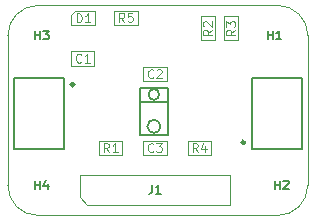
<source format=gbr>
%TF.GenerationSoftware,KiCad,Pcbnew,5.1.5+dfsg1-2~bpo10+1*%
%TF.CreationDate,Date%
%TF.ProjectId,Gesture Sensor,47657374-7572-4652-9053-656e736f722e,rev?*%
%TF.SameCoordinates,Original*%
%TF.FileFunction,Other,Fab,Top*%
%FSLAX45Y45*%
G04 Gerber Fmt 4.5, Leading zero omitted, Abs format (unit mm)*
G04 Created by KiCad*
%MOMM*%
%LPD*%
G04 APERTURE LIST*
%ADD10C,0.050000*%
%ADD11C,0.127000*%
%ADD12C,0.300000*%
%ADD13C,0.100000*%
%ADD14C,0.150000*%
%ADD15C,0.080000*%
G04 APERTURE END LIST*
D10*
X13335000Y-6350000D02*
G75*
G02X13081000Y-6096000I0J254000D01*
G01*
X15367000Y-4572000D02*
G75*
G02X15621000Y-4826000I0J-254000D01*
G01*
X15621000Y-6096000D02*
G75*
G02X15367000Y-6350000I-254000J0D01*
G01*
X13081000Y-4826000D02*
G75*
G02X13335000Y-4572000I254000J0D01*
G01*
X13335000Y-4572000D02*
X15367000Y-4572000D01*
X13081000Y-4826000D02*
X13081000Y-6096000D01*
X15621000Y-4826000D02*
X15621000Y-6096000D01*
X13335000Y-6350000D02*
X15367000Y-6350000D01*
D11*
X13556500Y-5186400D02*
X13556500Y-5786400D01*
X13556500Y-5786400D02*
X13131500Y-5786400D01*
X13131500Y-5786400D02*
X13131500Y-5186400D01*
X13131500Y-5186400D02*
X13556500Y-5186400D01*
D12*
X13637500Y-5241400D02*
G75*
G03X13637500Y-5241400I-10000J0D01*
G01*
D11*
X15145500Y-5786400D02*
X15145500Y-5186400D01*
X15145500Y-5186400D02*
X15570500Y-5186400D01*
X15570500Y-5186400D02*
X15570500Y-5786400D01*
X15570500Y-5786400D02*
X15145500Y-5786400D01*
D12*
X15084500Y-5731400D02*
G75*
G03X15084500Y-5731400I-10000J0D01*
G01*
D13*
X13980120Y-4616720D02*
X14180120Y-4616720D01*
X13980120Y-4736720D02*
X13980120Y-4616720D01*
X14180120Y-4736720D02*
X13980120Y-4736720D01*
X14180120Y-4616720D02*
X14180120Y-4736720D01*
X14802420Y-5838500D02*
X14602420Y-5838500D01*
X14802420Y-5718500D02*
X14802420Y-5838500D01*
X14602420Y-5718500D02*
X14802420Y-5718500D01*
X14602420Y-5838500D02*
X14602420Y-5718500D01*
X14913300Y-4865040D02*
X14913300Y-4665040D01*
X15033300Y-4865040D02*
X14913300Y-4865040D01*
X15033300Y-4665040D02*
X15033300Y-4865040D01*
X14913300Y-4665040D02*
X15033300Y-4665040D01*
X14715180Y-4865040D02*
X14715180Y-4665040D01*
X14835180Y-4865040D02*
X14715180Y-4865040D01*
X14835180Y-4665040D02*
X14835180Y-4865040D01*
X14715180Y-4665040D02*
X14835180Y-4665040D01*
X14051320Y-5838500D02*
X13851320Y-5838500D01*
X14051320Y-5718500D02*
X14051320Y-5838500D01*
X13851320Y-5718500D02*
X14051320Y-5718500D01*
X13851320Y-5838500D02*
X13851320Y-5718500D01*
X14226500Y-5718500D02*
X14426500Y-5718500D01*
X14226500Y-5838500D02*
X14226500Y-5718500D01*
X14426500Y-5838500D02*
X14226500Y-5838500D01*
X14426500Y-5718500D02*
X14426500Y-5838500D01*
X14226500Y-5093660D02*
X14426500Y-5093660D01*
X14226500Y-5213660D02*
X14226500Y-5093660D01*
X14426500Y-5213660D02*
X14226500Y-5213660D01*
X14426500Y-5093660D02*
X14426500Y-5213660D01*
X13614360Y-4961580D02*
X13814360Y-4961580D01*
X13614360Y-5081580D02*
X13614360Y-4961580D01*
X13814360Y-5081580D02*
X13614360Y-5081580D01*
X13814360Y-4961580D02*
X13814360Y-5081580D01*
X13692000Y-6194500D02*
X13692000Y-6004000D01*
X13692000Y-6004000D02*
X14962000Y-6004000D01*
X14962000Y-6004000D02*
X14962000Y-6258000D01*
X14962000Y-6258000D02*
X13755500Y-6258000D01*
X13755500Y-6258000D02*
X13692000Y-6194500D01*
X13818540Y-4621220D02*
X13648540Y-4621220D01*
X13648540Y-4621220D02*
X13618540Y-4651220D01*
X13618540Y-4651220D02*
X13618540Y-4741220D01*
X13618540Y-4741220D02*
X13818540Y-4741220D01*
X13818540Y-4741220D02*
X13818540Y-4621220D01*
D11*
X14199980Y-5665620D02*
X14199980Y-5386620D01*
X14199980Y-5386620D02*
X14199980Y-5271620D01*
X14435980Y-5665620D02*
X14435980Y-5386620D01*
X14435980Y-5386620D02*
X14435980Y-5271620D01*
X14435980Y-5665620D02*
X14199980Y-5665620D01*
X14435980Y-5271620D02*
X14199980Y-5271620D01*
X14435980Y-5386620D02*
X14199980Y-5386620D01*
X14372980Y-5595620D02*
G75*
G03X14372980Y-5595620I-55000J0D01*
G01*
X14362980Y-5325620D02*
G75*
G03X14362980Y-5325620I-45000J0D01*
G01*
D14*
X15339857Y-6129928D02*
X15339857Y-6054928D01*
X15339857Y-6090643D02*
X15382714Y-6090643D01*
X15382714Y-6129928D02*
X15382714Y-6054928D01*
X15414857Y-6062071D02*
X15418428Y-6058500D01*
X15425571Y-6054928D01*
X15443428Y-6054928D01*
X15450571Y-6058500D01*
X15454143Y-6062071D01*
X15457714Y-6069214D01*
X15457714Y-6076357D01*
X15454143Y-6087071D01*
X15411286Y-6129928D01*
X15457714Y-6129928D01*
D15*
X14067620Y-4710649D02*
X14042620Y-4674934D01*
X14024763Y-4710649D02*
X14024763Y-4635649D01*
X14053334Y-4635649D01*
X14060477Y-4639220D01*
X14064048Y-4642791D01*
X14067620Y-4649934D01*
X14067620Y-4660649D01*
X14064048Y-4667791D01*
X14060477Y-4671363D01*
X14053334Y-4674934D01*
X14024763Y-4674934D01*
X14135477Y-4635649D02*
X14099763Y-4635649D01*
X14096191Y-4671363D01*
X14099763Y-4667791D01*
X14106906Y-4664220D01*
X14124763Y-4664220D01*
X14131906Y-4667791D01*
X14135477Y-4671363D01*
X14139048Y-4678506D01*
X14139048Y-4696363D01*
X14135477Y-4703506D01*
X14131906Y-4707077D01*
X14124763Y-4710649D01*
X14106906Y-4710649D01*
X14099763Y-4707077D01*
X14096191Y-4703506D01*
X14689920Y-5812428D02*
X14664920Y-5776714D01*
X14647063Y-5812428D02*
X14647063Y-5737428D01*
X14675634Y-5737428D01*
X14682777Y-5741000D01*
X14686348Y-5744571D01*
X14689920Y-5751714D01*
X14689920Y-5762428D01*
X14686348Y-5769571D01*
X14682777Y-5773143D01*
X14675634Y-5776714D01*
X14647063Y-5776714D01*
X14754206Y-5762428D02*
X14754206Y-5812428D01*
X14736348Y-5733857D02*
X14718491Y-5787428D01*
X14764920Y-5787428D01*
X15007228Y-4777540D02*
X14971514Y-4802540D01*
X15007228Y-4820397D02*
X14932228Y-4820397D01*
X14932228Y-4791826D01*
X14935800Y-4784683D01*
X14939371Y-4781111D01*
X14946514Y-4777540D01*
X14957228Y-4777540D01*
X14964371Y-4781111D01*
X14967943Y-4784683D01*
X14971514Y-4791826D01*
X14971514Y-4820397D01*
X14932228Y-4752540D02*
X14932228Y-4706111D01*
X14960800Y-4731111D01*
X14960800Y-4720397D01*
X14964371Y-4713254D01*
X14967943Y-4709683D01*
X14975086Y-4706111D01*
X14992943Y-4706111D01*
X15000086Y-4709683D01*
X15003657Y-4713254D01*
X15007228Y-4720397D01*
X15007228Y-4741826D01*
X15003657Y-4748969D01*
X15000086Y-4752540D01*
X14809108Y-4777540D02*
X14773394Y-4802540D01*
X14809108Y-4820397D02*
X14734108Y-4820397D01*
X14734108Y-4791826D01*
X14737680Y-4784683D01*
X14741251Y-4781111D01*
X14748394Y-4777540D01*
X14759108Y-4777540D01*
X14766251Y-4781111D01*
X14769823Y-4784683D01*
X14773394Y-4791826D01*
X14773394Y-4820397D01*
X14741251Y-4748969D02*
X14737680Y-4745397D01*
X14734108Y-4738254D01*
X14734108Y-4720397D01*
X14737680Y-4713254D01*
X14741251Y-4709683D01*
X14748394Y-4706111D01*
X14755537Y-4706111D01*
X14766251Y-4709683D01*
X14809108Y-4752540D01*
X14809108Y-4706111D01*
X13938820Y-5812428D02*
X13913820Y-5776714D01*
X13895963Y-5812428D02*
X13895963Y-5737428D01*
X13924534Y-5737428D01*
X13931677Y-5741000D01*
X13935248Y-5744571D01*
X13938820Y-5751714D01*
X13938820Y-5762428D01*
X13935248Y-5769571D01*
X13931677Y-5773143D01*
X13924534Y-5776714D01*
X13895963Y-5776714D01*
X14010248Y-5812428D02*
X13967391Y-5812428D01*
X13988820Y-5812428D02*
X13988820Y-5737428D01*
X13981677Y-5748143D01*
X13974534Y-5755286D01*
X13967391Y-5758857D01*
X14314000Y-5805286D02*
X14310428Y-5808857D01*
X14299714Y-5812428D01*
X14292571Y-5812428D01*
X14281857Y-5808857D01*
X14274714Y-5801714D01*
X14271143Y-5794571D01*
X14267571Y-5780286D01*
X14267571Y-5769571D01*
X14271143Y-5755286D01*
X14274714Y-5748143D01*
X14281857Y-5741000D01*
X14292571Y-5737428D01*
X14299714Y-5737428D01*
X14310428Y-5741000D01*
X14314000Y-5744571D01*
X14339000Y-5737428D02*
X14385428Y-5737428D01*
X14360428Y-5766000D01*
X14371143Y-5766000D01*
X14378286Y-5769571D01*
X14381857Y-5773143D01*
X14385428Y-5780286D01*
X14385428Y-5798143D01*
X14381857Y-5805286D01*
X14378286Y-5808857D01*
X14371143Y-5812428D01*
X14349714Y-5812428D01*
X14342571Y-5808857D01*
X14339000Y-5805286D01*
X14314000Y-5180446D02*
X14310428Y-5184017D01*
X14299714Y-5187589D01*
X14292571Y-5187589D01*
X14281857Y-5184017D01*
X14274714Y-5176874D01*
X14271143Y-5169731D01*
X14267571Y-5155446D01*
X14267571Y-5144731D01*
X14271143Y-5130446D01*
X14274714Y-5123303D01*
X14281857Y-5116160D01*
X14292571Y-5112589D01*
X14299714Y-5112589D01*
X14310428Y-5116160D01*
X14314000Y-5119731D01*
X14342571Y-5119731D02*
X14346143Y-5116160D01*
X14353286Y-5112589D01*
X14371143Y-5112589D01*
X14378286Y-5116160D01*
X14381857Y-5119731D01*
X14385428Y-5126874D01*
X14385428Y-5134017D01*
X14381857Y-5144731D01*
X14339000Y-5187589D01*
X14385428Y-5187589D01*
X13701860Y-5048366D02*
X13698288Y-5051937D01*
X13687574Y-5055509D01*
X13680431Y-5055509D01*
X13669717Y-5051937D01*
X13662574Y-5044794D01*
X13659003Y-5037651D01*
X13655431Y-5023366D01*
X13655431Y-5012651D01*
X13659003Y-4998366D01*
X13662574Y-4991223D01*
X13669717Y-4984080D01*
X13680431Y-4980509D01*
X13687574Y-4980509D01*
X13698288Y-4984080D01*
X13701860Y-4987651D01*
X13773288Y-5055509D02*
X13730431Y-5055509D01*
X13751860Y-5055509D02*
X13751860Y-4980509D01*
X13744717Y-4991223D01*
X13737574Y-4998366D01*
X13730431Y-5001937D01*
D14*
X14302000Y-6089928D02*
X14302000Y-6143500D01*
X14298428Y-6154214D01*
X14291286Y-6161357D01*
X14280571Y-6164928D01*
X14273428Y-6164928D01*
X14377000Y-6164928D02*
X14334143Y-6164928D01*
X14355571Y-6164928D02*
X14355571Y-6089928D01*
X14348428Y-6100643D01*
X14341286Y-6107786D01*
X14334143Y-6111357D01*
X13307857Y-6129928D02*
X13307857Y-6054928D01*
X13307857Y-6090643D02*
X13350714Y-6090643D01*
X13350714Y-6129928D02*
X13350714Y-6054928D01*
X13418571Y-6079928D02*
X13418571Y-6129928D01*
X13400714Y-6051357D02*
X13382857Y-6104928D01*
X13429286Y-6104928D01*
X13307857Y-4859929D02*
X13307857Y-4784929D01*
X13307857Y-4820643D02*
X13350714Y-4820643D01*
X13350714Y-4859929D02*
X13350714Y-4784929D01*
X13379286Y-4784929D02*
X13425714Y-4784929D01*
X13400714Y-4813500D01*
X13411428Y-4813500D01*
X13418571Y-4817071D01*
X13422143Y-4820643D01*
X13425714Y-4827786D01*
X13425714Y-4845643D01*
X13422143Y-4852786D01*
X13418571Y-4856357D01*
X13411428Y-4859929D01*
X13390000Y-4859929D01*
X13382857Y-4856357D01*
X13379286Y-4852786D01*
X15279857Y-4859929D02*
X15279857Y-4784929D01*
X15279857Y-4820643D02*
X15322714Y-4820643D01*
X15322714Y-4859929D02*
X15322714Y-4784929D01*
X15397714Y-4859929D02*
X15354857Y-4859929D01*
X15376286Y-4859929D02*
X15376286Y-4784929D01*
X15369143Y-4795643D01*
X15362000Y-4802786D01*
X15354857Y-4806357D01*
D15*
X13663183Y-4715149D02*
X13663183Y-4640149D01*
X13681040Y-4640149D01*
X13691754Y-4643720D01*
X13698897Y-4650863D01*
X13702468Y-4658006D01*
X13706040Y-4672291D01*
X13706040Y-4683006D01*
X13702468Y-4697291D01*
X13698897Y-4704434D01*
X13691754Y-4711577D01*
X13681040Y-4715149D01*
X13663183Y-4715149D01*
X13777468Y-4715149D02*
X13734611Y-4715149D01*
X13756040Y-4715149D02*
X13756040Y-4640149D01*
X13748897Y-4650863D01*
X13741754Y-4658006D01*
X13734611Y-4661577D01*
M02*

</source>
